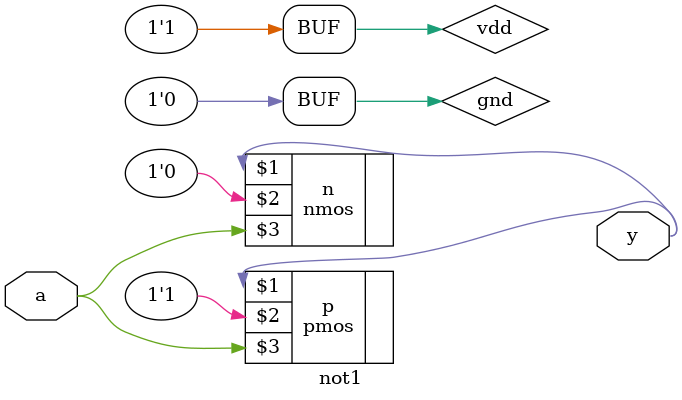
<source format=v>
module not1(input a, output y);
supply1 vdd;
supply0 gnd;

	pmos p(y,vdd,a);
	nmos n(y,gnd,a);
endmodule
</source>
